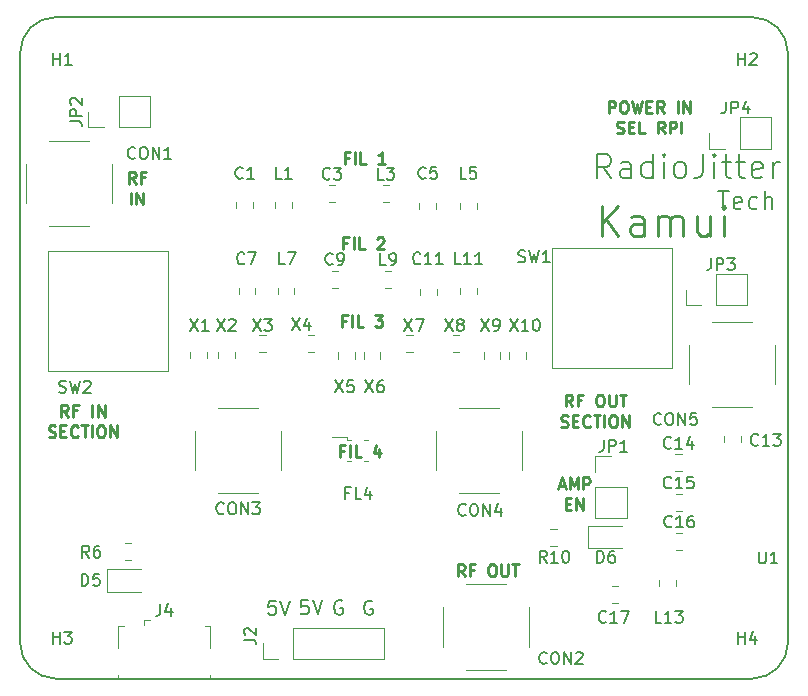
<source format=gto>
G04 #@! TF.GenerationSoftware,KiCad,Pcbnew,(5.1.4)-1*
G04 #@! TF.CreationDate,2019-10-20T15:20:57+05:30*
G04 #@! TF.ProjectId,RPi Hat RF Transmitter V1,52506920-4861-4742-9052-46205472616e,rev?*
G04 #@! TF.SameCoordinates,Original*
G04 #@! TF.FileFunction,Legend,Top*
G04 #@! TF.FilePolarity,Positive*
%FSLAX46Y46*%
G04 Gerber Fmt 4.6, Leading zero omitted, Abs format (unit mm)*
G04 Created by KiCad (PCBNEW (5.1.4)-1) date 2019-10-20 15:20:57*
%MOMM*%
%LPD*%
G04 APERTURE LIST*
%ADD10C,0.200000*%
%ADD11C,0.250000*%
%ADD12C,0.150000*%
%ADD13C,0.130000*%
%ADD14C,0.120000*%
G04 APERTURE END LIST*
D10*
X128572428Y-74437761D02*
X127905761Y-73485380D01*
X127429571Y-74437761D02*
X127429571Y-72437761D01*
X128191476Y-72437761D01*
X128381952Y-72533000D01*
X128477190Y-72628238D01*
X128572428Y-72818714D01*
X128572428Y-73104428D01*
X128477190Y-73294904D01*
X128381952Y-73390142D01*
X128191476Y-73485380D01*
X127429571Y-73485380D01*
X130286714Y-74437761D02*
X130286714Y-73390142D01*
X130191476Y-73199666D01*
X130001000Y-73104428D01*
X129620047Y-73104428D01*
X129429571Y-73199666D01*
X130286714Y-74342523D02*
X130096238Y-74437761D01*
X129620047Y-74437761D01*
X129429571Y-74342523D01*
X129334333Y-74152047D01*
X129334333Y-73961571D01*
X129429571Y-73771095D01*
X129620047Y-73675857D01*
X130096238Y-73675857D01*
X130286714Y-73580619D01*
X132096238Y-74437761D02*
X132096238Y-72437761D01*
X132096238Y-74342523D02*
X131905761Y-74437761D01*
X131524809Y-74437761D01*
X131334333Y-74342523D01*
X131239095Y-74247285D01*
X131143857Y-74056809D01*
X131143857Y-73485380D01*
X131239095Y-73294904D01*
X131334333Y-73199666D01*
X131524809Y-73104428D01*
X131905761Y-73104428D01*
X132096238Y-73199666D01*
X133048619Y-74437761D02*
X133048619Y-73104428D01*
X133048619Y-72437761D02*
X132953380Y-72533000D01*
X133048619Y-72628238D01*
X133143857Y-72533000D01*
X133048619Y-72437761D01*
X133048619Y-72628238D01*
X134286714Y-74437761D02*
X134096238Y-74342523D01*
X134001000Y-74247285D01*
X133905761Y-74056809D01*
X133905761Y-73485380D01*
X134001000Y-73294904D01*
X134096238Y-73199666D01*
X134286714Y-73104428D01*
X134572428Y-73104428D01*
X134762904Y-73199666D01*
X134858142Y-73294904D01*
X134953380Y-73485380D01*
X134953380Y-74056809D01*
X134858142Y-74247285D01*
X134762904Y-74342523D01*
X134572428Y-74437761D01*
X134286714Y-74437761D01*
X136381952Y-72437761D02*
X136381952Y-73866333D01*
X136286714Y-74152047D01*
X136096238Y-74342523D01*
X135810523Y-74437761D01*
X135620047Y-74437761D01*
X137334333Y-74437761D02*
X137334333Y-73104428D01*
X137334333Y-72437761D02*
X137239095Y-72533000D01*
X137334333Y-72628238D01*
X137429571Y-72533000D01*
X137334333Y-72437761D01*
X137334333Y-72628238D01*
X138001000Y-73104428D02*
X138762904Y-73104428D01*
X138286714Y-72437761D02*
X138286714Y-74152047D01*
X138381952Y-74342523D01*
X138572428Y-74437761D01*
X138762904Y-74437761D01*
X139143857Y-73104428D02*
X139905761Y-73104428D01*
X139429571Y-72437761D02*
X139429571Y-74152047D01*
X139524809Y-74342523D01*
X139715285Y-74437761D01*
X139905761Y-74437761D01*
X141334333Y-74342523D02*
X141143857Y-74437761D01*
X140762904Y-74437761D01*
X140572428Y-74342523D01*
X140477190Y-74152047D01*
X140477190Y-73390142D01*
X140572428Y-73199666D01*
X140762904Y-73104428D01*
X141143857Y-73104428D01*
X141334333Y-73199666D01*
X141429571Y-73390142D01*
X141429571Y-73580619D01*
X140477190Y-73771095D01*
X142286714Y-74437761D02*
X142286714Y-73104428D01*
X142286714Y-73485380D02*
X142381952Y-73294904D01*
X142477190Y-73199666D01*
X142667666Y-73104428D01*
X142858142Y-73104428D01*
D11*
X116181428Y-108148380D02*
X115848095Y-107672190D01*
X115610000Y-108148380D02*
X115610000Y-107148380D01*
X115990952Y-107148380D01*
X116086190Y-107196000D01*
X116133809Y-107243619D01*
X116181428Y-107338857D01*
X116181428Y-107481714D01*
X116133809Y-107576952D01*
X116086190Y-107624571D01*
X115990952Y-107672190D01*
X115610000Y-107672190D01*
X116943333Y-107624571D02*
X116610000Y-107624571D01*
X116610000Y-108148380D02*
X116610000Y-107148380D01*
X117086190Y-107148380D01*
X118419523Y-107148380D02*
X118610000Y-107148380D01*
X118705238Y-107196000D01*
X118800476Y-107291238D01*
X118848095Y-107481714D01*
X118848095Y-107815047D01*
X118800476Y-108005523D01*
X118705238Y-108100761D01*
X118610000Y-108148380D01*
X118419523Y-108148380D01*
X118324285Y-108100761D01*
X118229047Y-108005523D01*
X118181428Y-107815047D01*
X118181428Y-107481714D01*
X118229047Y-107291238D01*
X118324285Y-107196000D01*
X118419523Y-107148380D01*
X119276666Y-107148380D02*
X119276666Y-107957904D01*
X119324285Y-108053142D01*
X119371904Y-108100761D01*
X119467142Y-108148380D01*
X119657619Y-108148380D01*
X119752857Y-108100761D01*
X119800476Y-108053142D01*
X119848095Y-107957904D01*
X119848095Y-107148380D01*
X120181428Y-107148380D02*
X120752857Y-107148380D01*
X120467142Y-108148380D02*
X120467142Y-107148380D01*
X88320952Y-74917380D02*
X87987619Y-74441190D01*
X87749523Y-74917380D02*
X87749523Y-73917380D01*
X88130476Y-73917380D01*
X88225714Y-73965000D01*
X88273333Y-74012619D01*
X88320952Y-74107857D01*
X88320952Y-74250714D01*
X88273333Y-74345952D01*
X88225714Y-74393571D01*
X88130476Y-74441190D01*
X87749523Y-74441190D01*
X89082857Y-74393571D02*
X88749523Y-74393571D01*
X88749523Y-74917380D02*
X88749523Y-73917380D01*
X89225714Y-73917380D01*
X87916190Y-76667380D02*
X87916190Y-75667380D01*
X88392380Y-76667380D02*
X88392380Y-75667380D01*
X88963809Y-76667380D01*
X88963809Y-75667380D01*
D12*
X78546356Y-63817611D02*
X78546356Y-113817611D01*
X140546356Y-60817611D02*
X81546356Y-60817611D01*
X143546351Y-113822847D02*
X143546356Y-63817611D01*
X81546356Y-116817611D02*
X140546356Y-116817611D01*
X137669142Y-75580571D02*
X138526285Y-75580571D01*
X138097714Y-77080571D02*
X138097714Y-75580571D01*
X139597714Y-77009142D02*
X139454857Y-77080571D01*
X139169142Y-77080571D01*
X139026285Y-77009142D01*
X138954857Y-76866285D01*
X138954857Y-76294857D01*
X139026285Y-76152000D01*
X139169142Y-76080571D01*
X139454857Y-76080571D01*
X139597714Y-76152000D01*
X139669142Y-76294857D01*
X139669142Y-76437714D01*
X138954857Y-76580571D01*
X140954857Y-77009142D02*
X140812000Y-77080571D01*
X140526285Y-77080571D01*
X140383428Y-77009142D01*
X140312000Y-76937714D01*
X140240571Y-76794857D01*
X140240571Y-76366285D01*
X140312000Y-76223428D01*
X140383428Y-76152000D01*
X140526285Y-76080571D01*
X140812000Y-76080571D01*
X140954857Y-76152000D01*
X141597714Y-77080571D02*
X141597714Y-75580571D01*
X142240571Y-77080571D02*
X142240571Y-76294857D01*
X142169142Y-76152000D01*
X142026285Y-76080571D01*
X141812000Y-76080571D01*
X141669142Y-76152000D01*
X141597714Y-76223428D01*
D11*
X127771428Y-79310952D02*
X127771428Y-76810952D01*
X129200000Y-79310952D02*
X128128571Y-77882380D01*
X129200000Y-76810952D02*
X127771428Y-78239523D01*
X131342857Y-79310952D02*
X131342857Y-78001428D01*
X131223809Y-77763333D01*
X130985714Y-77644285D01*
X130509523Y-77644285D01*
X130271428Y-77763333D01*
X131342857Y-79191904D02*
X131104761Y-79310952D01*
X130509523Y-79310952D01*
X130271428Y-79191904D01*
X130152380Y-78953809D01*
X130152380Y-78715714D01*
X130271428Y-78477619D01*
X130509523Y-78358571D01*
X131104761Y-78358571D01*
X131342857Y-78239523D01*
X132533333Y-79310952D02*
X132533333Y-77644285D01*
X132533333Y-77882380D02*
X132652380Y-77763333D01*
X132890476Y-77644285D01*
X133247619Y-77644285D01*
X133485714Y-77763333D01*
X133604761Y-78001428D01*
X133604761Y-79310952D01*
X133604761Y-78001428D02*
X133723809Y-77763333D01*
X133961904Y-77644285D01*
X134319047Y-77644285D01*
X134557142Y-77763333D01*
X134676190Y-78001428D01*
X134676190Y-79310952D01*
X136938095Y-77644285D02*
X136938095Y-79310952D01*
X135866666Y-77644285D02*
X135866666Y-78953809D01*
X135985714Y-79191904D01*
X136223809Y-79310952D01*
X136580952Y-79310952D01*
X136819047Y-79191904D01*
X136938095Y-79072857D01*
X138128571Y-79310952D02*
X138128571Y-77644285D01*
X138128571Y-76810952D02*
X138009523Y-76930000D01*
X138128571Y-77049047D01*
X138247619Y-76930000D01*
X138128571Y-76810952D01*
X138128571Y-77049047D01*
X124166476Y-100510666D02*
X124642666Y-100510666D01*
X124071238Y-100796380D02*
X124404571Y-99796380D01*
X124737904Y-100796380D01*
X125071238Y-100796380D02*
X125071238Y-99796380D01*
X125404571Y-100510666D01*
X125737904Y-99796380D01*
X125737904Y-100796380D01*
X126214095Y-100796380D02*
X126214095Y-99796380D01*
X126595047Y-99796380D01*
X126690285Y-99844000D01*
X126737904Y-99891619D01*
X126785523Y-99986857D01*
X126785523Y-100129714D01*
X126737904Y-100224952D01*
X126690285Y-100272571D01*
X126595047Y-100320190D01*
X126214095Y-100320190D01*
X124737904Y-102022571D02*
X125071238Y-102022571D01*
X125214095Y-102546380D02*
X124737904Y-102546380D01*
X124737904Y-101546380D01*
X125214095Y-101546380D01*
X125642666Y-102546380D02*
X125642666Y-101546380D01*
X126214095Y-102546380D01*
X126214095Y-101546380D01*
D13*
X108354285Y-110280000D02*
X108240000Y-110222857D01*
X108068571Y-110222857D01*
X107897142Y-110280000D01*
X107782857Y-110394285D01*
X107725714Y-110508571D01*
X107668571Y-110737142D01*
X107668571Y-110908571D01*
X107725714Y-111137142D01*
X107782857Y-111251428D01*
X107897142Y-111365714D01*
X108068571Y-111422857D01*
X108182857Y-111422857D01*
X108354285Y-111365714D01*
X108411428Y-111308571D01*
X108411428Y-110908571D01*
X108182857Y-110908571D01*
X105814285Y-110260000D02*
X105700000Y-110202857D01*
X105528571Y-110202857D01*
X105357142Y-110260000D01*
X105242857Y-110374285D01*
X105185714Y-110488571D01*
X105128571Y-110717142D01*
X105128571Y-110888571D01*
X105185714Y-111117142D01*
X105242857Y-111231428D01*
X105357142Y-111345714D01*
X105528571Y-111402857D01*
X105642857Y-111402857D01*
X105814285Y-111345714D01*
X105871428Y-111288571D01*
X105871428Y-110888571D01*
X105642857Y-110888571D01*
X102931428Y-110182857D02*
X102360000Y-110182857D01*
X102302857Y-110754285D01*
X102360000Y-110697142D01*
X102474285Y-110640000D01*
X102760000Y-110640000D01*
X102874285Y-110697142D01*
X102931428Y-110754285D01*
X102988571Y-110868571D01*
X102988571Y-111154285D01*
X102931428Y-111268571D01*
X102874285Y-111325714D01*
X102760000Y-111382857D01*
X102474285Y-111382857D01*
X102360000Y-111325714D01*
X102302857Y-111268571D01*
X103331428Y-110182857D02*
X103731428Y-111382857D01*
X104131428Y-110182857D01*
X100171428Y-110222857D02*
X99600000Y-110222857D01*
X99542857Y-110794285D01*
X99600000Y-110737142D01*
X99714285Y-110680000D01*
X100000000Y-110680000D01*
X100114285Y-110737142D01*
X100171428Y-110794285D01*
X100228571Y-110908571D01*
X100228571Y-111194285D01*
X100171428Y-111308571D01*
X100114285Y-111365714D01*
X100000000Y-111422857D01*
X99714285Y-111422857D01*
X99600000Y-111365714D01*
X99542857Y-111308571D01*
X100571428Y-110222857D02*
X100971428Y-111422857D01*
X101371428Y-110222857D01*
D11*
X128373619Y-68919380D02*
X128373619Y-67919380D01*
X128754571Y-67919380D01*
X128849809Y-67967000D01*
X128897428Y-68014619D01*
X128945047Y-68109857D01*
X128945047Y-68252714D01*
X128897428Y-68347952D01*
X128849809Y-68395571D01*
X128754571Y-68443190D01*
X128373619Y-68443190D01*
X129564095Y-67919380D02*
X129754571Y-67919380D01*
X129849809Y-67967000D01*
X129945047Y-68062238D01*
X129992666Y-68252714D01*
X129992666Y-68586047D01*
X129945047Y-68776523D01*
X129849809Y-68871761D01*
X129754571Y-68919380D01*
X129564095Y-68919380D01*
X129468857Y-68871761D01*
X129373619Y-68776523D01*
X129326000Y-68586047D01*
X129326000Y-68252714D01*
X129373619Y-68062238D01*
X129468857Y-67967000D01*
X129564095Y-67919380D01*
X130326000Y-67919380D02*
X130564095Y-68919380D01*
X130754571Y-68205095D01*
X130945047Y-68919380D01*
X131183142Y-67919380D01*
X131564095Y-68395571D02*
X131897428Y-68395571D01*
X132040285Y-68919380D02*
X131564095Y-68919380D01*
X131564095Y-67919380D01*
X132040285Y-67919380D01*
X133040285Y-68919380D02*
X132706952Y-68443190D01*
X132468857Y-68919380D02*
X132468857Y-67919380D01*
X132849809Y-67919380D01*
X132945047Y-67967000D01*
X132992666Y-68014619D01*
X133040285Y-68109857D01*
X133040285Y-68252714D01*
X132992666Y-68347952D01*
X132945047Y-68395571D01*
X132849809Y-68443190D01*
X132468857Y-68443190D01*
X134230761Y-68919380D02*
X134230761Y-67919380D01*
X134706952Y-68919380D02*
X134706952Y-67919380D01*
X135278380Y-68919380D01*
X135278380Y-67919380D01*
X129064095Y-70621761D02*
X129206952Y-70669380D01*
X129445047Y-70669380D01*
X129540285Y-70621761D01*
X129587904Y-70574142D01*
X129635523Y-70478904D01*
X129635523Y-70383666D01*
X129587904Y-70288428D01*
X129540285Y-70240809D01*
X129445047Y-70193190D01*
X129254571Y-70145571D01*
X129159333Y-70097952D01*
X129111714Y-70050333D01*
X129064095Y-69955095D01*
X129064095Y-69859857D01*
X129111714Y-69764619D01*
X129159333Y-69717000D01*
X129254571Y-69669380D01*
X129492666Y-69669380D01*
X129635523Y-69717000D01*
X130064095Y-70145571D02*
X130397428Y-70145571D01*
X130540285Y-70669380D02*
X130064095Y-70669380D01*
X130064095Y-69669380D01*
X130540285Y-69669380D01*
X131445047Y-70669380D02*
X130968857Y-70669380D01*
X130968857Y-69669380D01*
X133111714Y-70669380D02*
X132778380Y-70193190D01*
X132540285Y-70669380D02*
X132540285Y-69669380D01*
X132921238Y-69669380D01*
X133016476Y-69717000D01*
X133064095Y-69764619D01*
X133111714Y-69859857D01*
X133111714Y-70002714D01*
X133064095Y-70097952D01*
X133016476Y-70145571D01*
X132921238Y-70193190D01*
X132540285Y-70193190D01*
X133540285Y-70669380D02*
X133540285Y-69669380D01*
X133921238Y-69669380D01*
X134016476Y-69717000D01*
X134064095Y-69764619D01*
X134111714Y-69859857D01*
X134111714Y-70002714D01*
X134064095Y-70097952D01*
X134016476Y-70145571D01*
X133921238Y-70193190D01*
X133540285Y-70193190D01*
X134540285Y-70669380D02*
X134540285Y-69669380D01*
X125311428Y-93777380D02*
X124978095Y-93301190D01*
X124740000Y-93777380D02*
X124740000Y-92777380D01*
X125120952Y-92777380D01*
X125216190Y-92825000D01*
X125263809Y-92872619D01*
X125311428Y-92967857D01*
X125311428Y-93110714D01*
X125263809Y-93205952D01*
X125216190Y-93253571D01*
X125120952Y-93301190D01*
X124740000Y-93301190D01*
X126073333Y-93253571D02*
X125740000Y-93253571D01*
X125740000Y-93777380D02*
X125740000Y-92777380D01*
X126216190Y-92777380D01*
X127549523Y-92777380D02*
X127740000Y-92777380D01*
X127835238Y-92825000D01*
X127930476Y-92920238D01*
X127978095Y-93110714D01*
X127978095Y-93444047D01*
X127930476Y-93634523D01*
X127835238Y-93729761D01*
X127740000Y-93777380D01*
X127549523Y-93777380D01*
X127454285Y-93729761D01*
X127359047Y-93634523D01*
X127311428Y-93444047D01*
X127311428Y-93110714D01*
X127359047Y-92920238D01*
X127454285Y-92825000D01*
X127549523Y-92777380D01*
X128406666Y-92777380D02*
X128406666Y-93586904D01*
X128454285Y-93682142D01*
X128501904Y-93729761D01*
X128597142Y-93777380D01*
X128787619Y-93777380D01*
X128882857Y-93729761D01*
X128930476Y-93682142D01*
X128978095Y-93586904D01*
X128978095Y-92777380D01*
X129311428Y-92777380D02*
X129882857Y-92777380D01*
X129597142Y-93777380D02*
X129597142Y-92777380D01*
X124335238Y-95479761D02*
X124478095Y-95527380D01*
X124716190Y-95527380D01*
X124811428Y-95479761D01*
X124859047Y-95432142D01*
X124906666Y-95336904D01*
X124906666Y-95241666D01*
X124859047Y-95146428D01*
X124811428Y-95098809D01*
X124716190Y-95051190D01*
X124525714Y-95003571D01*
X124430476Y-94955952D01*
X124382857Y-94908333D01*
X124335238Y-94813095D01*
X124335238Y-94717857D01*
X124382857Y-94622619D01*
X124430476Y-94575000D01*
X124525714Y-94527380D01*
X124763809Y-94527380D01*
X124906666Y-94575000D01*
X125335238Y-95003571D02*
X125668571Y-95003571D01*
X125811428Y-95527380D02*
X125335238Y-95527380D01*
X125335238Y-94527380D01*
X125811428Y-94527380D01*
X126811428Y-95432142D02*
X126763809Y-95479761D01*
X126620952Y-95527380D01*
X126525714Y-95527380D01*
X126382857Y-95479761D01*
X126287619Y-95384523D01*
X126240000Y-95289285D01*
X126192380Y-95098809D01*
X126192380Y-94955952D01*
X126240000Y-94765476D01*
X126287619Y-94670238D01*
X126382857Y-94575000D01*
X126525714Y-94527380D01*
X126620952Y-94527380D01*
X126763809Y-94575000D01*
X126811428Y-94622619D01*
X127097142Y-94527380D02*
X127668571Y-94527380D01*
X127382857Y-95527380D02*
X127382857Y-94527380D01*
X128001904Y-95527380D02*
X128001904Y-94527380D01*
X128668571Y-94527380D02*
X128859047Y-94527380D01*
X128954285Y-94575000D01*
X129049523Y-94670238D01*
X129097142Y-94860714D01*
X129097142Y-95194047D01*
X129049523Y-95384523D01*
X128954285Y-95479761D01*
X128859047Y-95527380D01*
X128668571Y-95527380D01*
X128573333Y-95479761D01*
X128478095Y-95384523D01*
X128430476Y-95194047D01*
X128430476Y-94860714D01*
X128478095Y-94670238D01*
X128573333Y-94575000D01*
X128668571Y-94527380D01*
X129525714Y-95527380D02*
X129525714Y-94527380D01*
X130097142Y-95527380D01*
X130097142Y-94527380D01*
X82598095Y-94637380D02*
X82264761Y-94161190D01*
X82026666Y-94637380D02*
X82026666Y-93637380D01*
X82407619Y-93637380D01*
X82502857Y-93685000D01*
X82550476Y-93732619D01*
X82598095Y-93827857D01*
X82598095Y-93970714D01*
X82550476Y-94065952D01*
X82502857Y-94113571D01*
X82407619Y-94161190D01*
X82026666Y-94161190D01*
X83360000Y-94113571D02*
X83026666Y-94113571D01*
X83026666Y-94637380D02*
X83026666Y-93637380D01*
X83502857Y-93637380D01*
X84645714Y-94637380D02*
X84645714Y-93637380D01*
X85121904Y-94637380D02*
X85121904Y-93637380D01*
X85693333Y-94637380D01*
X85693333Y-93637380D01*
X80955238Y-96339761D02*
X81098095Y-96387380D01*
X81336190Y-96387380D01*
X81431428Y-96339761D01*
X81479047Y-96292142D01*
X81526666Y-96196904D01*
X81526666Y-96101666D01*
X81479047Y-96006428D01*
X81431428Y-95958809D01*
X81336190Y-95911190D01*
X81145714Y-95863571D01*
X81050476Y-95815952D01*
X81002857Y-95768333D01*
X80955238Y-95673095D01*
X80955238Y-95577857D01*
X81002857Y-95482619D01*
X81050476Y-95435000D01*
X81145714Y-95387380D01*
X81383809Y-95387380D01*
X81526666Y-95435000D01*
X81955238Y-95863571D02*
X82288571Y-95863571D01*
X82431428Y-96387380D02*
X81955238Y-96387380D01*
X81955238Y-95387380D01*
X82431428Y-95387380D01*
X83431428Y-96292142D02*
X83383809Y-96339761D01*
X83240952Y-96387380D01*
X83145714Y-96387380D01*
X83002857Y-96339761D01*
X82907619Y-96244523D01*
X82860000Y-96149285D01*
X82812380Y-95958809D01*
X82812380Y-95815952D01*
X82860000Y-95625476D01*
X82907619Y-95530238D01*
X83002857Y-95435000D01*
X83145714Y-95387380D01*
X83240952Y-95387380D01*
X83383809Y-95435000D01*
X83431428Y-95482619D01*
X83717142Y-95387380D02*
X84288571Y-95387380D01*
X84002857Y-96387380D02*
X84002857Y-95387380D01*
X84621904Y-96387380D02*
X84621904Y-95387380D01*
X85288571Y-95387380D02*
X85479047Y-95387380D01*
X85574285Y-95435000D01*
X85669523Y-95530238D01*
X85717142Y-95720714D01*
X85717142Y-96054047D01*
X85669523Y-96244523D01*
X85574285Y-96339761D01*
X85479047Y-96387380D01*
X85288571Y-96387380D01*
X85193333Y-96339761D01*
X85098095Y-96244523D01*
X85050476Y-96054047D01*
X85050476Y-95720714D01*
X85098095Y-95530238D01*
X85193333Y-95435000D01*
X85288571Y-95387380D01*
X86145714Y-96387380D02*
X86145714Y-95387380D01*
X86717142Y-96387380D01*
X86717142Y-95387380D01*
X106122857Y-86528571D02*
X105789523Y-86528571D01*
X105789523Y-87052380D02*
X105789523Y-86052380D01*
X106265714Y-86052380D01*
X106646666Y-87052380D02*
X106646666Y-86052380D01*
X107599047Y-87052380D02*
X107122857Y-87052380D01*
X107122857Y-86052380D01*
X108599047Y-86052380D02*
X109218095Y-86052380D01*
X108884761Y-86433333D01*
X109027619Y-86433333D01*
X109122857Y-86480952D01*
X109170476Y-86528571D01*
X109218095Y-86623809D01*
X109218095Y-86861904D01*
X109170476Y-86957142D01*
X109122857Y-87004761D01*
X109027619Y-87052380D01*
X108741904Y-87052380D01*
X108646666Y-87004761D01*
X108599047Y-86957142D01*
X105946857Y-97557571D02*
X105613523Y-97557571D01*
X105613523Y-98081380D02*
X105613523Y-97081380D01*
X106089714Y-97081380D01*
X106470666Y-98081380D02*
X106470666Y-97081380D01*
X107423047Y-98081380D02*
X106946857Y-98081380D01*
X106946857Y-97081380D01*
X108946857Y-97414714D02*
X108946857Y-98081380D01*
X108708761Y-97033761D02*
X108470666Y-97748047D01*
X109089714Y-97748047D01*
X106247857Y-79947571D02*
X105914523Y-79947571D01*
X105914523Y-80471380D02*
X105914523Y-79471380D01*
X106390714Y-79471380D01*
X106771666Y-80471380D02*
X106771666Y-79471380D01*
X107724047Y-80471380D02*
X107247857Y-80471380D01*
X107247857Y-79471380D01*
X108771666Y-79566619D02*
X108819285Y-79519000D01*
X108914523Y-79471380D01*
X109152619Y-79471380D01*
X109247857Y-79519000D01*
X109295476Y-79566619D01*
X109343095Y-79661857D01*
X109343095Y-79757095D01*
X109295476Y-79899952D01*
X108724047Y-80471380D01*
X109343095Y-80471380D01*
X106361857Y-72709571D02*
X106028523Y-72709571D01*
X106028523Y-73233380D02*
X106028523Y-72233380D01*
X106504714Y-72233380D01*
X106885666Y-73233380D02*
X106885666Y-72233380D01*
X107838047Y-73233380D02*
X107361857Y-73233380D01*
X107361857Y-72233380D01*
X109457095Y-73233380D02*
X108885666Y-73233380D01*
X109171380Y-73233380D02*
X109171380Y-72233380D01*
X109076142Y-72376238D01*
X108980904Y-72471476D01*
X108885666Y-72519095D01*
D12*
X78546356Y-63817611D02*
G75*
G02X81546356Y-60817611I3000000J0D01*
G01*
X140546356Y-60817611D02*
G75*
G02X143546356Y-63817611I0J-3000000D01*
G01*
X81546356Y-116817611D02*
G75*
G02X78546356Y-113817611I0J3000000D01*
G01*
X143546351Y-113822847D02*
G75*
G02X140546356Y-116817611I-2999995J5236D01*
G01*
D14*
X134890000Y-85230000D02*
X134890000Y-83900000D01*
X136220000Y-85230000D02*
X134890000Y-85230000D01*
X137490000Y-85230000D02*
X137490000Y-82570000D01*
X137490000Y-82570000D02*
X140090000Y-82570000D01*
X137490000Y-85230000D02*
X140090000Y-85230000D01*
X140090000Y-85230000D02*
X140090000Y-82570000D01*
X84330000Y-70150000D02*
X84330000Y-68820000D01*
X85660000Y-70150000D02*
X84330000Y-70150000D01*
X86930000Y-70150000D02*
X86930000Y-67490000D01*
X86930000Y-67490000D02*
X89530000Y-67490000D01*
X86930000Y-70150000D02*
X89530000Y-70150000D01*
X89530000Y-70150000D02*
X89530000Y-67490000D01*
X89057500Y-111829500D02*
X89057500Y-112279500D01*
X89057500Y-111829500D02*
X89507500Y-111829500D01*
X94657500Y-112379500D02*
X94207500Y-112379500D01*
X94657500Y-114229500D02*
X94657500Y-112379500D01*
X86857500Y-116779500D02*
X86857500Y-116529500D01*
X94657500Y-116779500D02*
X94657500Y-116529500D01*
X86857500Y-114229500D02*
X86857500Y-112379500D01*
X86857500Y-112379500D02*
X87307500Y-112379500D01*
X106210000Y-96340000D02*
X104980000Y-96340000D01*
X106210000Y-96590000D02*
X106210000Y-96340000D01*
X106210000Y-98410000D02*
X106550000Y-98410000D01*
X106210000Y-96590000D02*
X106550000Y-96590000D01*
X107690000Y-98410000D02*
X108030000Y-98410000D01*
X107690000Y-96590000D02*
X108030000Y-96590000D01*
X80930000Y-80630000D02*
X80930000Y-90790000D01*
X91090000Y-80630000D02*
X80930000Y-80630000D01*
X91090000Y-90790000D02*
X91090000Y-80630000D01*
X80930000Y-90790000D02*
X91090000Y-90790000D01*
X133730000Y-90550000D02*
X133730000Y-80390000D01*
X123570000Y-90550000D02*
X133730000Y-90550000D01*
X123570000Y-80390000D02*
X123570000Y-90550000D01*
X133730000Y-80390000D02*
X123570000Y-80390000D01*
X119951000Y-89210748D02*
X119951000Y-89733252D01*
X121371000Y-89210748D02*
X121371000Y-89733252D01*
X115192748Y-89157000D02*
X115715252Y-89157000D01*
X115192748Y-87737000D02*
X115715252Y-87737000D01*
X117792000Y-89210748D02*
X117792000Y-89733252D01*
X119212000Y-89210748D02*
X119212000Y-89733252D01*
X111246748Y-89157000D02*
X111769252Y-89157000D01*
X111246748Y-87737000D02*
X111769252Y-87737000D01*
X134095748Y-105929500D02*
X134618252Y-105929500D01*
X134095748Y-104509500D02*
X134618252Y-104509500D01*
X121593000Y-110798500D02*
X121593000Y-114118500D01*
X114373000Y-110798500D02*
X114373000Y-114118500D01*
X116323000Y-116068500D02*
X119643000Y-116068500D01*
X116323000Y-108848500D02*
X119643000Y-108848500D01*
X84340000Y-78490000D02*
X81020000Y-78490000D01*
X84340000Y-71270000D02*
X81020000Y-71270000D01*
X79070000Y-73220000D02*
X79070000Y-76540000D01*
X86290000Y-73220000D02*
X86290000Y-76540000D01*
X129157252Y-109018000D02*
X128634748Y-109018000D01*
X129157252Y-110438000D02*
X128634748Y-110438000D01*
X134050248Y-102627500D02*
X134572752Y-102627500D01*
X134050248Y-101207500D02*
X134572752Y-101207500D01*
X134032248Y-99262000D02*
X134554752Y-99262000D01*
X134032248Y-97842000D02*
X134554752Y-97842000D01*
X138164500Y-96258748D02*
X138164500Y-96781252D01*
X139584500Y-96258748D02*
X139584500Y-96781252D01*
X112419500Y-83806748D02*
X112419500Y-84329252D01*
X113839500Y-83806748D02*
X113839500Y-84329252D01*
X104915748Y-83713500D02*
X105438252Y-83713500D01*
X104915748Y-82293500D02*
X105438252Y-82293500D01*
X97052500Y-83749248D02*
X97052500Y-84271752D01*
X98472500Y-83749248D02*
X98472500Y-84271752D01*
X105473000Y-89210748D02*
X105473000Y-89733252D01*
X106893000Y-89210748D02*
X106893000Y-89733252D01*
X112343000Y-76568748D02*
X112343000Y-77091252D01*
X113763000Y-76568748D02*
X113763000Y-77091252D01*
X98800748Y-89157000D02*
X99323252Y-89157000D01*
X98800748Y-87737000D02*
X99323252Y-87737000D01*
X104678748Y-76475500D02*
X105201252Y-76475500D01*
X104678748Y-75055500D02*
X105201252Y-75055500D01*
X92963500Y-89192748D02*
X92963500Y-89715252D01*
X94383500Y-89192748D02*
X94383500Y-89715252D01*
X96849000Y-76471748D02*
X96849000Y-76994252D01*
X98269000Y-76471748D02*
X98269000Y-76994252D01*
X135201000Y-91893500D02*
X135201000Y-88573500D01*
X142421000Y-91893500D02*
X142421000Y-88573500D01*
X140471000Y-86623500D02*
X137151000Y-86623500D01*
X140471000Y-93843500D02*
X137151000Y-93843500D01*
X115740000Y-93890000D02*
X119060000Y-93890000D01*
X115740000Y-101110000D02*
X119060000Y-101110000D01*
X121010000Y-99160000D02*
X121010000Y-95840000D01*
X113790000Y-99160000D02*
X113790000Y-95840000D01*
X95340000Y-93910000D02*
X98660000Y-93910000D01*
X95340000Y-101130000D02*
X98660000Y-101130000D01*
X100610000Y-99180000D02*
X100610000Y-95860000D01*
X93390000Y-99180000D02*
X93390000Y-95860000D01*
X136909500Y-71942000D02*
X136909500Y-70612000D01*
X138239500Y-71942000D02*
X136909500Y-71942000D01*
X139509500Y-71942000D02*
X139509500Y-69282000D01*
X139509500Y-69282000D02*
X142109500Y-69282000D01*
X139509500Y-71942000D02*
X142109500Y-71942000D01*
X142109500Y-71942000D02*
X142109500Y-69282000D01*
X123436748Y-105612000D02*
X123959252Y-105612000D01*
X123436748Y-104192000D02*
X123959252Y-104192000D01*
X87961252Y-105330000D02*
X87438748Y-105330000D01*
X87961252Y-106750000D02*
X87438748Y-106750000D01*
X132640000Y-108441748D02*
X132640000Y-108964252D01*
X134060000Y-108441748D02*
X134060000Y-108964252D01*
X115785000Y-83767248D02*
X115785000Y-84289752D01*
X117205000Y-83767248D02*
X117205000Y-84289752D01*
X109430248Y-83713500D02*
X109952752Y-83713500D01*
X109430248Y-82293500D02*
X109952752Y-82293500D01*
X100354500Y-83767248D02*
X100354500Y-84289752D01*
X101774500Y-83767248D02*
X101774500Y-84289752D01*
X107632000Y-89210748D02*
X107632000Y-89733252D01*
X109052000Y-89210748D02*
X109052000Y-89733252D01*
X115772000Y-76574748D02*
X115772000Y-77097252D01*
X117192000Y-76574748D02*
X117192000Y-77097252D01*
X102882748Y-89157000D02*
X103405252Y-89157000D01*
X102882748Y-87737000D02*
X103405252Y-87737000D01*
X109244748Y-76475500D02*
X109767252Y-76475500D01*
X109244748Y-75055500D02*
X109767252Y-75055500D01*
X95313000Y-89192748D02*
X95313000Y-89715252D01*
X96733000Y-89192748D02*
X96733000Y-89715252D01*
X100151000Y-76447748D02*
X100151000Y-76970252D01*
X101571000Y-76447748D02*
X101571000Y-76970252D01*
X127257500Y-97984000D02*
X128587500Y-97984000D01*
X127257500Y-99314000D02*
X127257500Y-97984000D01*
X127257500Y-100584000D02*
X129917500Y-100584000D01*
X129917500Y-100584000D02*
X129917500Y-103184000D01*
X127257500Y-100584000D02*
X127257500Y-103184000D01*
X127257500Y-103184000D02*
X129917500Y-103184000D01*
X99081500Y-115169000D02*
X99081500Y-113839000D01*
X100411500Y-115169000D02*
X99081500Y-115169000D01*
X101681500Y-115169000D02*
X101681500Y-112509000D01*
X101681500Y-112509000D02*
X109361500Y-112509000D01*
X101681500Y-115169000D02*
X109361500Y-115169000D01*
X109361500Y-115169000D02*
X109361500Y-112509000D01*
X126664000Y-105798500D02*
X129524000Y-105798500D01*
X126664000Y-103878500D02*
X126664000Y-105798500D01*
X129524000Y-103878500D02*
X126664000Y-103878500D01*
X85880000Y-109460000D02*
X88740000Y-109460000D01*
X85880000Y-107540000D02*
X85880000Y-109460000D01*
X88740000Y-107540000D02*
X85880000Y-107540000D01*
D12*
X137046666Y-81232380D02*
X137046666Y-81946666D01*
X136999047Y-82089523D01*
X136903809Y-82184761D01*
X136760952Y-82232380D01*
X136665714Y-82232380D01*
X137522857Y-82232380D02*
X137522857Y-81232380D01*
X137903809Y-81232380D01*
X137999047Y-81280000D01*
X138046666Y-81327619D01*
X138094285Y-81422857D01*
X138094285Y-81565714D01*
X138046666Y-81660952D01*
X137999047Y-81708571D01*
X137903809Y-81756190D01*
X137522857Y-81756190D01*
X138427619Y-81232380D02*
X139046666Y-81232380D01*
X138713333Y-81613333D01*
X138856190Y-81613333D01*
X138951428Y-81660952D01*
X138999047Y-81708571D01*
X139046666Y-81803809D01*
X139046666Y-82041904D01*
X138999047Y-82137142D01*
X138951428Y-82184761D01*
X138856190Y-82232380D01*
X138570476Y-82232380D01*
X138475238Y-82184761D01*
X138427619Y-82137142D01*
X82782380Y-69653333D02*
X83496666Y-69653333D01*
X83639523Y-69700952D01*
X83734761Y-69796190D01*
X83782380Y-69939047D01*
X83782380Y-70034285D01*
X83782380Y-69177142D02*
X82782380Y-69177142D01*
X82782380Y-68796190D01*
X82830000Y-68700952D01*
X82877619Y-68653333D01*
X82972857Y-68605714D01*
X83115714Y-68605714D01*
X83210952Y-68653333D01*
X83258571Y-68700952D01*
X83306190Y-68796190D01*
X83306190Y-69177142D01*
X82877619Y-68224761D02*
X82830000Y-68177142D01*
X82782380Y-68081904D01*
X82782380Y-67843809D01*
X82830000Y-67748571D01*
X82877619Y-67700952D01*
X82972857Y-67653333D01*
X83068095Y-67653333D01*
X83210952Y-67700952D01*
X83782380Y-68272380D01*
X83782380Y-67653333D01*
X90424166Y-110481880D02*
X90424166Y-111196166D01*
X90376547Y-111339023D01*
X90281309Y-111434261D01*
X90138452Y-111481880D01*
X90043214Y-111481880D01*
X91328928Y-110815214D02*
X91328928Y-111481880D01*
X91090833Y-110434261D02*
X90852738Y-111148547D01*
X91471785Y-111148547D01*
X106421904Y-101108571D02*
X106088571Y-101108571D01*
X106088571Y-101632380D02*
X106088571Y-100632380D01*
X106564761Y-100632380D01*
X107421904Y-101632380D02*
X106945714Y-101632380D01*
X106945714Y-100632380D01*
X108183809Y-100965714D02*
X108183809Y-101632380D01*
X107945714Y-100584761D02*
X107707619Y-101299047D01*
X108326666Y-101299047D01*
X81846666Y-92564761D02*
X81989523Y-92612380D01*
X82227619Y-92612380D01*
X82322857Y-92564761D01*
X82370476Y-92517142D01*
X82418095Y-92421904D01*
X82418095Y-92326666D01*
X82370476Y-92231428D01*
X82322857Y-92183809D01*
X82227619Y-92136190D01*
X82037142Y-92088571D01*
X81941904Y-92040952D01*
X81894285Y-91993333D01*
X81846666Y-91898095D01*
X81846666Y-91802857D01*
X81894285Y-91707619D01*
X81941904Y-91660000D01*
X82037142Y-91612380D01*
X82275238Y-91612380D01*
X82418095Y-91660000D01*
X82751428Y-91612380D02*
X82989523Y-92612380D01*
X83180000Y-91898095D01*
X83370476Y-92612380D01*
X83608571Y-91612380D01*
X83941904Y-91707619D02*
X83989523Y-91660000D01*
X84084761Y-91612380D01*
X84322857Y-91612380D01*
X84418095Y-91660000D01*
X84465714Y-91707619D01*
X84513333Y-91802857D01*
X84513333Y-91898095D01*
X84465714Y-92040952D01*
X83894285Y-92612380D01*
X84513333Y-92612380D01*
X120726666Y-81524761D02*
X120869523Y-81572380D01*
X121107619Y-81572380D01*
X121202857Y-81524761D01*
X121250476Y-81477142D01*
X121298095Y-81381904D01*
X121298095Y-81286666D01*
X121250476Y-81191428D01*
X121202857Y-81143809D01*
X121107619Y-81096190D01*
X120917142Y-81048571D01*
X120821904Y-81000952D01*
X120774285Y-80953333D01*
X120726666Y-80858095D01*
X120726666Y-80762857D01*
X120774285Y-80667619D01*
X120821904Y-80620000D01*
X120917142Y-80572380D01*
X121155238Y-80572380D01*
X121298095Y-80620000D01*
X121631428Y-80572380D02*
X121869523Y-81572380D01*
X122060000Y-80858095D01*
X122250476Y-81572380D01*
X122488571Y-80572380D01*
X123393333Y-81572380D02*
X122821904Y-81572380D01*
X123107619Y-81572380D02*
X123107619Y-80572380D01*
X123012380Y-80715238D01*
X122917142Y-80810476D01*
X122821904Y-80858095D01*
X120010285Y-86375380D02*
X120676952Y-87375380D01*
X120676952Y-86375380D02*
X120010285Y-87375380D01*
X121581714Y-87375380D02*
X121010285Y-87375380D01*
X121296000Y-87375380D02*
X121296000Y-86375380D01*
X121200761Y-86518238D01*
X121105523Y-86613476D01*
X121010285Y-86661095D01*
X122200761Y-86375380D02*
X122296000Y-86375380D01*
X122391238Y-86423000D01*
X122438857Y-86470619D01*
X122486476Y-86565857D01*
X122534095Y-86756333D01*
X122534095Y-86994428D01*
X122486476Y-87184904D01*
X122438857Y-87280142D01*
X122391238Y-87327761D01*
X122296000Y-87375380D01*
X122200761Y-87375380D01*
X122105523Y-87327761D01*
X122057904Y-87280142D01*
X122010285Y-87184904D01*
X121962666Y-86994428D01*
X121962666Y-86756333D01*
X122010285Y-86565857D01*
X122057904Y-86470619D01*
X122105523Y-86423000D01*
X122200761Y-86375380D01*
X114517476Y-86375380D02*
X115184142Y-87375380D01*
X115184142Y-86375380D02*
X114517476Y-87375380D01*
X115707952Y-86803952D02*
X115612714Y-86756333D01*
X115565095Y-86708714D01*
X115517476Y-86613476D01*
X115517476Y-86565857D01*
X115565095Y-86470619D01*
X115612714Y-86423000D01*
X115707952Y-86375380D01*
X115898428Y-86375380D01*
X115993666Y-86423000D01*
X116041285Y-86470619D01*
X116088904Y-86565857D01*
X116088904Y-86613476D01*
X116041285Y-86708714D01*
X115993666Y-86756333D01*
X115898428Y-86803952D01*
X115707952Y-86803952D01*
X115612714Y-86851571D01*
X115565095Y-86899190D01*
X115517476Y-86994428D01*
X115517476Y-87184904D01*
X115565095Y-87280142D01*
X115612714Y-87327761D01*
X115707952Y-87375380D01*
X115898428Y-87375380D01*
X115993666Y-87327761D01*
X116041285Y-87280142D01*
X116088904Y-87184904D01*
X116088904Y-86994428D01*
X116041285Y-86899190D01*
X115993666Y-86851571D01*
X115898428Y-86803952D01*
X117565476Y-86375380D02*
X118232142Y-87375380D01*
X118232142Y-86375380D02*
X117565476Y-87375380D01*
X118660714Y-87375380D02*
X118851190Y-87375380D01*
X118946428Y-87327761D01*
X118994047Y-87280142D01*
X119089285Y-87137285D01*
X119136904Y-86946809D01*
X119136904Y-86565857D01*
X119089285Y-86470619D01*
X119041666Y-86423000D01*
X118946428Y-86375380D01*
X118755952Y-86375380D01*
X118660714Y-86423000D01*
X118613095Y-86470619D01*
X118565476Y-86565857D01*
X118565476Y-86803952D01*
X118613095Y-86899190D01*
X118660714Y-86946809D01*
X118755952Y-86994428D01*
X118946428Y-86994428D01*
X119041666Y-86946809D01*
X119089285Y-86899190D01*
X119136904Y-86803952D01*
X111088476Y-86375380D02*
X111755142Y-87375380D01*
X111755142Y-86375380D02*
X111088476Y-87375380D01*
X112040857Y-86375380D02*
X112707523Y-86375380D01*
X112278952Y-87375380D01*
X133714142Y-103926642D02*
X133666523Y-103974261D01*
X133523666Y-104021880D01*
X133428428Y-104021880D01*
X133285571Y-103974261D01*
X133190333Y-103879023D01*
X133142714Y-103783785D01*
X133095095Y-103593309D01*
X133095095Y-103450452D01*
X133142714Y-103259976D01*
X133190333Y-103164738D01*
X133285571Y-103069500D01*
X133428428Y-103021880D01*
X133523666Y-103021880D01*
X133666523Y-103069500D01*
X133714142Y-103117119D01*
X134666523Y-104021880D02*
X134095095Y-104021880D01*
X134380809Y-104021880D02*
X134380809Y-103021880D01*
X134285571Y-103164738D01*
X134190333Y-103259976D01*
X134095095Y-103307595D01*
X135523666Y-103021880D02*
X135333190Y-103021880D01*
X135237952Y-103069500D01*
X135190333Y-103117119D01*
X135095095Y-103259976D01*
X135047476Y-103450452D01*
X135047476Y-103831404D01*
X135095095Y-103926642D01*
X135142714Y-103974261D01*
X135237952Y-104021880D01*
X135428428Y-104021880D01*
X135523666Y-103974261D01*
X135571285Y-103926642D01*
X135618904Y-103831404D01*
X135618904Y-103593309D01*
X135571285Y-103498071D01*
X135523666Y-103450452D01*
X135428428Y-103402833D01*
X135237952Y-103402833D01*
X135142714Y-103450452D01*
X135095095Y-103498071D01*
X135047476Y-103593309D01*
X123118714Y-115482642D02*
X123071095Y-115530261D01*
X122928238Y-115577880D01*
X122833000Y-115577880D01*
X122690142Y-115530261D01*
X122594904Y-115435023D01*
X122547285Y-115339785D01*
X122499666Y-115149309D01*
X122499666Y-115006452D01*
X122547285Y-114815976D01*
X122594904Y-114720738D01*
X122690142Y-114625500D01*
X122833000Y-114577880D01*
X122928238Y-114577880D01*
X123071095Y-114625500D01*
X123118714Y-114673119D01*
X123737761Y-114577880D02*
X123928238Y-114577880D01*
X124023476Y-114625500D01*
X124118714Y-114720738D01*
X124166333Y-114911214D01*
X124166333Y-115244547D01*
X124118714Y-115435023D01*
X124023476Y-115530261D01*
X123928238Y-115577880D01*
X123737761Y-115577880D01*
X123642523Y-115530261D01*
X123547285Y-115435023D01*
X123499666Y-115244547D01*
X123499666Y-114911214D01*
X123547285Y-114720738D01*
X123642523Y-114625500D01*
X123737761Y-114577880D01*
X124594904Y-115577880D02*
X124594904Y-114577880D01*
X125166333Y-115577880D01*
X125166333Y-114577880D01*
X125594904Y-114673119D02*
X125642523Y-114625500D01*
X125737761Y-114577880D01*
X125975857Y-114577880D01*
X126071095Y-114625500D01*
X126118714Y-114673119D01*
X126166333Y-114768357D01*
X126166333Y-114863595D01*
X126118714Y-115006452D01*
X125547285Y-115577880D01*
X126166333Y-115577880D01*
X88285714Y-72717142D02*
X88238095Y-72764761D01*
X88095238Y-72812380D01*
X88000000Y-72812380D01*
X87857142Y-72764761D01*
X87761904Y-72669523D01*
X87714285Y-72574285D01*
X87666666Y-72383809D01*
X87666666Y-72240952D01*
X87714285Y-72050476D01*
X87761904Y-71955238D01*
X87857142Y-71860000D01*
X88000000Y-71812380D01*
X88095238Y-71812380D01*
X88238095Y-71860000D01*
X88285714Y-71907619D01*
X88904761Y-71812380D02*
X89095238Y-71812380D01*
X89190476Y-71860000D01*
X89285714Y-71955238D01*
X89333333Y-72145714D01*
X89333333Y-72479047D01*
X89285714Y-72669523D01*
X89190476Y-72764761D01*
X89095238Y-72812380D01*
X88904761Y-72812380D01*
X88809523Y-72764761D01*
X88714285Y-72669523D01*
X88666666Y-72479047D01*
X88666666Y-72145714D01*
X88714285Y-71955238D01*
X88809523Y-71860000D01*
X88904761Y-71812380D01*
X89761904Y-72812380D02*
X89761904Y-71812380D01*
X90333333Y-72812380D01*
X90333333Y-71812380D01*
X91333333Y-72812380D02*
X90761904Y-72812380D01*
X91047619Y-72812380D02*
X91047619Y-71812380D01*
X90952380Y-71955238D01*
X90857142Y-72050476D01*
X90761904Y-72098095D01*
X128135142Y-111990142D02*
X128087523Y-112037761D01*
X127944666Y-112085380D01*
X127849428Y-112085380D01*
X127706571Y-112037761D01*
X127611333Y-111942523D01*
X127563714Y-111847285D01*
X127516095Y-111656809D01*
X127516095Y-111513952D01*
X127563714Y-111323476D01*
X127611333Y-111228238D01*
X127706571Y-111133000D01*
X127849428Y-111085380D01*
X127944666Y-111085380D01*
X128087523Y-111133000D01*
X128135142Y-111180619D01*
X129087523Y-112085380D02*
X128516095Y-112085380D01*
X128801809Y-112085380D02*
X128801809Y-111085380D01*
X128706571Y-111228238D01*
X128611333Y-111323476D01*
X128516095Y-111371095D01*
X129420857Y-111085380D02*
X130087523Y-111085380D01*
X129658952Y-112085380D01*
X133668642Y-100624642D02*
X133621023Y-100672261D01*
X133478166Y-100719880D01*
X133382928Y-100719880D01*
X133240071Y-100672261D01*
X133144833Y-100577023D01*
X133097214Y-100481785D01*
X133049595Y-100291309D01*
X133049595Y-100148452D01*
X133097214Y-99957976D01*
X133144833Y-99862738D01*
X133240071Y-99767500D01*
X133382928Y-99719880D01*
X133478166Y-99719880D01*
X133621023Y-99767500D01*
X133668642Y-99815119D01*
X134621023Y-100719880D02*
X134049595Y-100719880D01*
X134335309Y-100719880D02*
X134335309Y-99719880D01*
X134240071Y-99862738D01*
X134144833Y-99957976D01*
X134049595Y-100005595D01*
X135525785Y-99719880D02*
X135049595Y-99719880D01*
X135001976Y-100196071D01*
X135049595Y-100148452D01*
X135144833Y-100100833D01*
X135382928Y-100100833D01*
X135478166Y-100148452D01*
X135525785Y-100196071D01*
X135573404Y-100291309D01*
X135573404Y-100529404D01*
X135525785Y-100624642D01*
X135478166Y-100672261D01*
X135382928Y-100719880D01*
X135144833Y-100719880D01*
X135049595Y-100672261D01*
X135001976Y-100624642D01*
X133650642Y-97259142D02*
X133603023Y-97306761D01*
X133460166Y-97354380D01*
X133364928Y-97354380D01*
X133222071Y-97306761D01*
X133126833Y-97211523D01*
X133079214Y-97116285D01*
X133031595Y-96925809D01*
X133031595Y-96782952D01*
X133079214Y-96592476D01*
X133126833Y-96497238D01*
X133222071Y-96402000D01*
X133364928Y-96354380D01*
X133460166Y-96354380D01*
X133603023Y-96402000D01*
X133650642Y-96449619D01*
X134603023Y-97354380D02*
X134031595Y-97354380D01*
X134317309Y-97354380D02*
X134317309Y-96354380D01*
X134222071Y-96497238D01*
X134126833Y-96592476D01*
X134031595Y-96640095D01*
X135460166Y-96687714D02*
X135460166Y-97354380D01*
X135222071Y-96306761D02*
X134983976Y-97021047D01*
X135603023Y-97021047D01*
X141025642Y-97004142D02*
X140978023Y-97051761D01*
X140835166Y-97099380D01*
X140739928Y-97099380D01*
X140597071Y-97051761D01*
X140501833Y-96956523D01*
X140454214Y-96861285D01*
X140406595Y-96670809D01*
X140406595Y-96527952D01*
X140454214Y-96337476D01*
X140501833Y-96242238D01*
X140597071Y-96147000D01*
X140739928Y-96099380D01*
X140835166Y-96099380D01*
X140978023Y-96147000D01*
X141025642Y-96194619D01*
X141978023Y-97099380D02*
X141406595Y-97099380D01*
X141692309Y-97099380D02*
X141692309Y-96099380D01*
X141597071Y-96242238D01*
X141501833Y-96337476D01*
X141406595Y-96385095D01*
X142311357Y-96099380D02*
X142930404Y-96099380D01*
X142597071Y-96480333D01*
X142739928Y-96480333D01*
X142835166Y-96527952D01*
X142882785Y-96575571D01*
X142930404Y-96670809D01*
X142930404Y-96908904D01*
X142882785Y-97004142D01*
X142835166Y-97051761D01*
X142739928Y-97099380D01*
X142454214Y-97099380D01*
X142358976Y-97051761D01*
X142311357Y-97004142D01*
X112423142Y-81646142D02*
X112375523Y-81693761D01*
X112232666Y-81741380D01*
X112137428Y-81741380D01*
X111994571Y-81693761D01*
X111899333Y-81598523D01*
X111851714Y-81503285D01*
X111804095Y-81312809D01*
X111804095Y-81169952D01*
X111851714Y-80979476D01*
X111899333Y-80884238D01*
X111994571Y-80789000D01*
X112137428Y-80741380D01*
X112232666Y-80741380D01*
X112375523Y-80789000D01*
X112423142Y-80836619D01*
X113375523Y-81741380D02*
X112804095Y-81741380D01*
X113089809Y-81741380D02*
X113089809Y-80741380D01*
X112994571Y-80884238D01*
X112899333Y-80979476D01*
X112804095Y-81027095D01*
X114327904Y-81741380D02*
X113756476Y-81741380D01*
X114042190Y-81741380D02*
X114042190Y-80741380D01*
X113946952Y-80884238D01*
X113851714Y-80979476D01*
X113756476Y-81027095D01*
X105010333Y-81710642D02*
X104962714Y-81758261D01*
X104819857Y-81805880D01*
X104724619Y-81805880D01*
X104581761Y-81758261D01*
X104486523Y-81663023D01*
X104438904Y-81567785D01*
X104391285Y-81377309D01*
X104391285Y-81234452D01*
X104438904Y-81043976D01*
X104486523Y-80948738D01*
X104581761Y-80853500D01*
X104724619Y-80805880D01*
X104819857Y-80805880D01*
X104962714Y-80853500D01*
X105010333Y-80901119D01*
X105486523Y-81805880D02*
X105677000Y-81805880D01*
X105772238Y-81758261D01*
X105819857Y-81710642D01*
X105915095Y-81567785D01*
X105962714Y-81377309D01*
X105962714Y-80996357D01*
X105915095Y-80901119D01*
X105867476Y-80853500D01*
X105772238Y-80805880D01*
X105581761Y-80805880D01*
X105486523Y-80853500D01*
X105438904Y-80901119D01*
X105391285Y-80996357D01*
X105391285Y-81234452D01*
X105438904Y-81329690D01*
X105486523Y-81377309D01*
X105581761Y-81424928D01*
X105772238Y-81424928D01*
X105867476Y-81377309D01*
X105915095Y-81329690D01*
X105962714Y-81234452D01*
X97532333Y-81646142D02*
X97484714Y-81693761D01*
X97341857Y-81741380D01*
X97246619Y-81741380D01*
X97103761Y-81693761D01*
X97008523Y-81598523D01*
X96960904Y-81503285D01*
X96913285Y-81312809D01*
X96913285Y-81169952D01*
X96960904Y-80979476D01*
X97008523Y-80884238D01*
X97103761Y-80789000D01*
X97246619Y-80741380D01*
X97341857Y-80741380D01*
X97484714Y-80789000D01*
X97532333Y-80836619D01*
X97865666Y-80741380D02*
X98532333Y-80741380D01*
X98103761Y-81741380D01*
X105246476Y-91582380D02*
X105913142Y-92582380D01*
X105913142Y-91582380D02*
X105246476Y-92582380D01*
X106770285Y-91582380D02*
X106294095Y-91582380D01*
X106246476Y-92058571D01*
X106294095Y-92010952D01*
X106389333Y-91963333D01*
X106627428Y-91963333D01*
X106722666Y-92010952D01*
X106770285Y-92058571D01*
X106817904Y-92153809D01*
X106817904Y-92391904D01*
X106770285Y-92487142D01*
X106722666Y-92534761D01*
X106627428Y-92582380D01*
X106389333Y-92582380D01*
X106294095Y-92534761D01*
X106246476Y-92487142D01*
X112886333Y-74408142D02*
X112838714Y-74455761D01*
X112695857Y-74503380D01*
X112600619Y-74503380D01*
X112457761Y-74455761D01*
X112362523Y-74360523D01*
X112314904Y-74265285D01*
X112267285Y-74074809D01*
X112267285Y-73931952D01*
X112314904Y-73741476D01*
X112362523Y-73646238D01*
X112457761Y-73551000D01*
X112600619Y-73503380D01*
X112695857Y-73503380D01*
X112838714Y-73551000D01*
X112886333Y-73598619D01*
X113791095Y-73503380D02*
X113314904Y-73503380D01*
X113267285Y-73979571D01*
X113314904Y-73931952D01*
X113410142Y-73884333D01*
X113648238Y-73884333D01*
X113743476Y-73931952D01*
X113791095Y-73979571D01*
X113838714Y-74074809D01*
X113838714Y-74312904D01*
X113791095Y-74408142D01*
X113743476Y-74455761D01*
X113648238Y-74503380D01*
X113410142Y-74503380D01*
X113314904Y-74455761D01*
X113267285Y-74408142D01*
X98261476Y-86375380D02*
X98928142Y-87375380D01*
X98928142Y-86375380D02*
X98261476Y-87375380D01*
X99213857Y-86375380D02*
X99832904Y-86375380D01*
X99499571Y-86756333D01*
X99642428Y-86756333D01*
X99737666Y-86803952D01*
X99785285Y-86851571D01*
X99832904Y-86946809D01*
X99832904Y-87184904D01*
X99785285Y-87280142D01*
X99737666Y-87327761D01*
X99642428Y-87375380D01*
X99356714Y-87375380D01*
X99261476Y-87327761D01*
X99213857Y-87280142D01*
X104773333Y-74472642D02*
X104725714Y-74520261D01*
X104582857Y-74567880D01*
X104487619Y-74567880D01*
X104344761Y-74520261D01*
X104249523Y-74425023D01*
X104201904Y-74329785D01*
X104154285Y-74139309D01*
X104154285Y-73996452D01*
X104201904Y-73805976D01*
X104249523Y-73710738D01*
X104344761Y-73615500D01*
X104487619Y-73567880D01*
X104582857Y-73567880D01*
X104725714Y-73615500D01*
X104773333Y-73663119D01*
X105106666Y-73567880D02*
X105725714Y-73567880D01*
X105392380Y-73948833D01*
X105535238Y-73948833D01*
X105630476Y-73996452D01*
X105678095Y-74044071D01*
X105725714Y-74139309D01*
X105725714Y-74377404D01*
X105678095Y-74472642D01*
X105630476Y-74520261D01*
X105535238Y-74567880D01*
X105249523Y-74567880D01*
X105154285Y-74520261D01*
X105106666Y-74472642D01*
X92927476Y-86375380D02*
X93594142Y-87375380D01*
X93594142Y-86375380D02*
X92927476Y-87375380D01*
X94498904Y-87375380D02*
X93927476Y-87375380D01*
X94213190Y-87375380D02*
X94213190Y-86375380D01*
X94117952Y-86518238D01*
X94022714Y-86613476D01*
X93927476Y-86661095D01*
X97392333Y-74408142D02*
X97344714Y-74455761D01*
X97201857Y-74503380D01*
X97106619Y-74503380D01*
X96963761Y-74455761D01*
X96868523Y-74360523D01*
X96820904Y-74265285D01*
X96773285Y-74074809D01*
X96773285Y-73931952D01*
X96820904Y-73741476D01*
X96868523Y-73646238D01*
X96963761Y-73551000D01*
X97106619Y-73503380D01*
X97201857Y-73503380D01*
X97344714Y-73551000D01*
X97392333Y-73598619D01*
X98344714Y-74503380D02*
X97773285Y-74503380D01*
X98059000Y-74503380D02*
X98059000Y-73503380D01*
X97963761Y-73646238D01*
X97868523Y-73741476D01*
X97773285Y-73789095D01*
X132805714Y-95237142D02*
X132758095Y-95284761D01*
X132615238Y-95332380D01*
X132520000Y-95332380D01*
X132377142Y-95284761D01*
X132281904Y-95189523D01*
X132234285Y-95094285D01*
X132186666Y-94903809D01*
X132186666Y-94760952D01*
X132234285Y-94570476D01*
X132281904Y-94475238D01*
X132377142Y-94380000D01*
X132520000Y-94332380D01*
X132615238Y-94332380D01*
X132758095Y-94380000D01*
X132805714Y-94427619D01*
X133424761Y-94332380D02*
X133615238Y-94332380D01*
X133710476Y-94380000D01*
X133805714Y-94475238D01*
X133853333Y-94665714D01*
X133853333Y-94999047D01*
X133805714Y-95189523D01*
X133710476Y-95284761D01*
X133615238Y-95332380D01*
X133424761Y-95332380D01*
X133329523Y-95284761D01*
X133234285Y-95189523D01*
X133186666Y-94999047D01*
X133186666Y-94665714D01*
X133234285Y-94475238D01*
X133329523Y-94380000D01*
X133424761Y-94332380D01*
X134281904Y-95332380D02*
X134281904Y-94332380D01*
X134853333Y-95332380D01*
X134853333Y-94332380D01*
X135805714Y-94332380D02*
X135329523Y-94332380D01*
X135281904Y-94808571D01*
X135329523Y-94760952D01*
X135424761Y-94713333D01*
X135662857Y-94713333D01*
X135758095Y-94760952D01*
X135805714Y-94808571D01*
X135853333Y-94903809D01*
X135853333Y-95141904D01*
X135805714Y-95237142D01*
X135758095Y-95284761D01*
X135662857Y-95332380D01*
X135424761Y-95332380D01*
X135329523Y-95284761D01*
X135281904Y-95237142D01*
X116265714Y-102937142D02*
X116218095Y-102984761D01*
X116075238Y-103032380D01*
X115980000Y-103032380D01*
X115837142Y-102984761D01*
X115741904Y-102889523D01*
X115694285Y-102794285D01*
X115646666Y-102603809D01*
X115646666Y-102460952D01*
X115694285Y-102270476D01*
X115741904Y-102175238D01*
X115837142Y-102080000D01*
X115980000Y-102032380D01*
X116075238Y-102032380D01*
X116218095Y-102080000D01*
X116265714Y-102127619D01*
X116884761Y-102032380D02*
X117075238Y-102032380D01*
X117170476Y-102080000D01*
X117265714Y-102175238D01*
X117313333Y-102365714D01*
X117313333Y-102699047D01*
X117265714Y-102889523D01*
X117170476Y-102984761D01*
X117075238Y-103032380D01*
X116884761Y-103032380D01*
X116789523Y-102984761D01*
X116694285Y-102889523D01*
X116646666Y-102699047D01*
X116646666Y-102365714D01*
X116694285Y-102175238D01*
X116789523Y-102080000D01*
X116884761Y-102032380D01*
X117741904Y-103032380D02*
X117741904Y-102032380D01*
X118313333Y-103032380D01*
X118313333Y-102032380D01*
X119218095Y-102365714D02*
X119218095Y-103032380D01*
X118980000Y-101984761D02*
X118741904Y-102699047D01*
X119360952Y-102699047D01*
X95785714Y-102817142D02*
X95738095Y-102864761D01*
X95595238Y-102912380D01*
X95500000Y-102912380D01*
X95357142Y-102864761D01*
X95261904Y-102769523D01*
X95214285Y-102674285D01*
X95166666Y-102483809D01*
X95166666Y-102340952D01*
X95214285Y-102150476D01*
X95261904Y-102055238D01*
X95357142Y-101960000D01*
X95500000Y-101912380D01*
X95595238Y-101912380D01*
X95738095Y-101960000D01*
X95785714Y-102007619D01*
X96404761Y-101912380D02*
X96595238Y-101912380D01*
X96690476Y-101960000D01*
X96785714Y-102055238D01*
X96833333Y-102245714D01*
X96833333Y-102579047D01*
X96785714Y-102769523D01*
X96690476Y-102864761D01*
X96595238Y-102912380D01*
X96404761Y-102912380D01*
X96309523Y-102864761D01*
X96214285Y-102769523D01*
X96166666Y-102579047D01*
X96166666Y-102245714D01*
X96214285Y-102055238D01*
X96309523Y-101960000D01*
X96404761Y-101912380D01*
X97261904Y-102912380D02*
X97261904Y-101912380D01*
X97833333Y-102912380D01*
X97833333Y-101912380D01*
X98214285Y-101912380D02*
X98833333Y-101912380D01*
X98500000Y-102293333D01*
X98642857Y-102293333D01*
X98738095Y-102340952D01*
X98785714Y-102388571D01*
X98833333Y-102483809D01*
X98833333Y-102721904D01*
X98785714Y-102817142D01*
X98738095Y-102864761D01*
X98642857Y-102912380D01*
X98357142Y-102912380D01*
X98261904Y-102864761D01*
X98214285Y-102817142D01*
X138295166Y-67968880D02*
X138295166Y-68683166D01*
X138247547Y-68826023D01*
X138152309Y-68921261D01*
X138009452Y-68968880D01*
X137914214Y-68968880D01*
X138771357Y-68968880D02*
X138771357Y-67968880D01*
X139152309Y-67968880D01*
X139247547Y-68016500D01*
X139295166Y-68064119D01*
X139342785Y-68159357D01*
X139342785Y-68302214D01*
X139295166Y-68397452D01*
X139247547Y-68445071D01*
X139152309Y-68492690D01*
X138771357Y-68492690D01*
X140199928Y-68302214D02*
X140199928Y-68968880D01*
X139961833Y-67921261D02*
X139723738Y-68635547D01*
X140342785Y-68635547D01*
X141097095Y-106068880D02*
X141097095Y-106878404D01*
X141144714Y-106973642D01*
X141192333Y-107021261D01*
X141287571Y-107068880D01*
X141478047Y-107068880D01*
X141573285Y-107021261D01*
X141620904Y-106973642D01*
X141668523Y-106878404D01*
X141668523Y-106068880D01*
X142668523Y-107068880D02*
X142097095Y-107068880D01*
X142382809Y-107068880D02*
X142382809Y-106068880D01*
X142287571Y-106211738D01*
X142192333Y-106306976D01*
X142097095Y-106354595D01*
X123118642Y-107005380D02*
X122785309Y-106529190D01*
X122547214Y-107005380D02*
X122547214Y-106005380D01*
X122928166Y-106005380D01*
X123023404Y-106053000D01*
X123071023Y-106100619D01*
X123118642Y-106195857D01*
X123118642Y-106338714D01*
X123071023Y-106433952D01*
X123023404Y-106481571D01*
X122928166Y-106529190D01*
X122547214Y-106529190D01*
X124071023Y-107005380D02*
X123499595Y-107005380D01*
X123785309Y-107005380D02*
X123785309Y-106005380D01*
X123690071Y-106148238D01*
X123594833Y-106243476D01*
X123499595Y-106291095D01*
X124690071Y-106005380D02*
X124785309Y-106005380D01*
X124880547Y-106053000D01*
X124928166Y-106100619D01*
X124975785Y-106195857D01*
X125023404Y-106386333D01*
X125023404Y-106624428D01*
X124975785Y-106814904D01*
X124928166Y-106910142D01*
X124880547Y-106957761D01*
X124785309Y-107005380D01*
X124690071Y-107005380D01*
X124594833Y-106957761D01*
X124547214Y-106910142D01*
X124499595Y-106814904D01*
X124451976Y-106624428D01*
X124451976Y-106386333D01*
X124499595Y-106195857D01*
X124547214Y-106100619D01*
X124594833Y-106053000D01*
X124690071Y-106005380D01*
X84393333Y-106572380D02*
X84060000Y-106096190D01*
X83821904Y-106572380D02*
X83821904Y-105572380D01*
X84202857Y-105572380D01*
X84298095Y-105620000D01*
X84345714Y-105667619D01*
X84393333Y-105762857D01*
X84393333Y-105905714D01*
X84345714Y-106000952D01*
X84298095Y-106048571D01*
X84202857Y-106096190D01*
X83821904Y-106096190D01*
X85250476Y-105572380D02*
X85060000Y-105572380D01*
X84964761Y-105620000D01*
X84917142Y-105667619D01*
X84821904Y-105810476D01*
X84774285Y-106000952D01*
X84774285Y-106381904D01*
X84821904Y-106477142D01*
X84869523Y-106524761D01*
X84964761Y-106572380D01*
X85155238Y-106572380D01*
X85250476Y-106524761D01*
X85298095Y-106477142D01*
X85345714Y-106381904D01*
X85345714Y-106143809D01*
X85298095Y-106048571D01*
X85250476Y-106000952D01*
X85155238Y-105953333D01*
X84964761Y-105953333D01*
X84869523Y-106000952D01*
X84821904Y-106048571D01*
X84774285Y-106143809D01*
X132834142Y-112085380D02*
X132357952Y-112085380D01*
X132357952Y-111085380D01*
X133691285Y-112085380D02*
X133119857Y-112085380D01*
X133405571Y-112085380D02*
X133405571Y-111085380D01*
X133310333Y-111228238D01*
X133215095Y-111323476D01*
X133119857Y-111371095D01*
X134024619Y-111085380D02*
X134643666Y-111085380D01*
X134310333Y-111466333D01*
X134453190Y-111466333D01*
X134548428Y-111513952D01*
X134596047Y-111561571D01*
X134643666Y-111656809D01*
X134643666Y-111894904D01*
X134596047Y-111990142D01*
X134548428Y-112037761D01*
X134453190Y-112085380D01*
X134167476Y-112085380D01*
X134072238Y-112037761D01*
X134024619Y-111990142D01*
X115852142Y-81741380D02*
X115375952Y-81741380D01*
X115375952Y-80741380D01*
X116709285Y-81741380D02*
X116137857Y-81741380D01*
X116423571Y-81741380D02*
X116423571Y-80741380D01*
X116328333Y-80884238D01*
X116233095Y-80979476D01*
X116137857Y-81027095D01*
X117661666Y-81741380D02*
X117090238Y-81741380D01*
X117375952Y-81741380D02*
X117375952Y-80741380D01*
X117280714Y-80884238D01*
X117185476Y-80979476D01*
X117090238Y-81027095D01*
X109524833Y-81805880D02*
X109048642Y-81805880D01*
X109048642Y-80805880D01*
X109905785Y-81805880D02*
X110096261Y-81805880D01*
X110191500Y-81758261D01*
X110239119Y-81710642D01*
X110334357Y-81567785D01*
X110381976Y-81377309D01*
X110381976Y-80996357D01*
X110334357Y-80901119D01*
X110286738Y-80853500D01*
X110191500Y-80805880D01*
X110001023Y-80805880D01*
X109905785Y-80853500D01*
X109858166Y-80901119D01*
X109810547Y-80996357D01*
X109810547Y-81234452D01*
X109858166Y-81329690D01*
X109905785Y-81377309D01*
X110001023Y-81424928D01*
X110191500Y-81424928D01*
X110286738Y-81377309D01*
X110334357Y-81329690D01*
X110381976Y-81234452D01*
X100961333Y-81741380D02*
X100485142Y-81741380D01*
X100485142Y-80741380D01*
X101199428Y-80741380D02*
X101866095Y-80741380D01*
X101437523Y-81741380D01*
X107786476Y-91582380D02*
X108453142Y-92582380D01*
X108453142Y-91582380D02*
X107786476Y-92582380D01*
X109262666Y-91582380D02*
X109072190Y-91582380D01*
X108976952Y-91630000D01*
X108929333Y-91677619D01*
X108834095Y-91820476D01*
X108786476Y-92010952D01*
X108786476Y-92391904D01*
X108834095Y-92487142D01*
X108881714Y-92534761D01*
X108976952Y-92582380D01*
X109167428Y-92582380D01*
X109262666Y-92534761D01*
X109310285Y-92487142D01*
X109357904Y-92391904D01*
X109357904Y-92153809D01*
X109310285Y-92058571D01*
X109262666Y-92010952D01*
X109167428Y-91963333D01*
X108976952Y-91963333D01*
X108881714Y-92010952D01*
X108834095Y-92058571D01*
X108786476Y-92153809D01*
X116315333Y-74503380D02*
X115839142Y-74503380D01*
X115839142Y-73503380D01*
X117124857Y-73503380D02*
X116648666Y-73503380D01*
X116601047Y-73979571D01*
X116648666Y-73931952D01*
X116743904Y-73884333D01*
X116982000Y-73884333D01*
X117077238Y-73931952D01*
X117124857Y-73979571D01*
X117172476Y-74074809D01*
X117172476Y-74312904D01*
X117124857Y-74408142D01*
X117077238Y-74455761D01*
X116982000Y-74503380D01*
X116743904Y-74503380D01*
X116648666Y-74455761D01*
X116601047Y-74408142D01*
X101563476Y-86311880D02*
X102230142Y-87311880D01*
X102230142Y-86311880D02*
X101563476Y-87311880D01*
X103039666Y-86645214D02*
X103039666Y-87311880D01*
X102801571Y-86264261D02*
X102563476Y-86978547D01*
X103182523Y-86978547D01*
X109339333Y-74567880D02*
X108863142Y-74567880D01*
X108863142Y-73567880D01*
X109577428Y-73567880D02*
X110196476Y-73567880D01*
X109863142Y-73948833D01*
X110006000Y-73948833D01*
X110101238Y-73996452D01*
X110148857Y-74044071D01*
X110196476Y-74139309D01*
X110196476Y-74377404D01*
X110148857Y-74472642D01*
X110101238Y-74520261D01*
X110006000Y-74567880D01*
X109720285Y-74567880D01*
X109625047Y-74520261D01*
X109577428Y-74472642D01*
X95213476Y-86375380D02*
X95880142Y-87375380D01*
X95880142Y-86375380D02*
X95213476Y-87375380D01*
X96213476Y-86470619D02*
X96261095Y-86423000D01*
X96356333Y-86375380D01*
X96594428Y-86375380D01*
X96689666Y-86423000D01*
X96737285Y-86470619D01*
X96784904Y-86565857D01*
X96784904Y-86661095D01*
X96737285Y-86803952D01*
X96165857Y-87375380D01*
X96784904Y-87375380D01*
X100694333Y-74503380D02*
X100218142Y-74503380D01*
X100218142Y-73503380D01*
X101551476Y-74503380D02*
X100980047Y-74503380D01*
X101265761Y-74503380D02*
X101265761Y-73503380D01*
X101170523Y-73646238D01*
X101075285Y-73741476D01*
X100980047Y-73789095D01*
X127944666Y-96607380D02*
X127944666Y-97321666D01*
X127897047Y-97464523D01*
X127801809Y-97559761D01*
X127658952Y-97607380D01*
X127563714Y-97607380D01*
X128420857Y-97607380D02*
X128420857Y-96607380D01*
X128801809Y-96607380D01*
X128897047Y-96655000D01*
X128944666Y-96702619D01*
X128992285Y-96797857D01*
X128992285Y-96940714D01*
X128944666Y-97035952D01*
X128897047Y-97083571D01*
X128801809Y-97131190D01*
X128420857Y-97131190D01*
X129944666Y-97607380D02*
X129373238Y-97607380D01*
X129658952Y-97607380D02*
X129658952Y-96607380D01*
X129563714Y-96750238D01*
X129468476Y-96845476D01*
X129373238Y-96893095D01*
X97514380Y-113537333D02*
X98228666Y-113537333D01*
X98371523Y-113584952D01*
X98466761Y-113680190D01*
X98514380Y-113823047D01*
X98514380Y-113918285D01*
X97609619Y-113108761D02*
X97562000Y-113061142D01*
X97514380Y-112965904D01*
X97514380Y-112727809D01*
X97562000Y-112632571D01*
X97609619Y-112584952D01*
X97704857Y-112537333D01*
X97800095Y-112537333D01*
X97942952Y-112584952D01*
X98514380Y-113156380D01*
X98514380Y-112537333D01*
X127404904Y-107005380D02*
X127404904Y-106005380D01*
X127643000Y-106005380D01*
X127785857Y-106053000D01*
X127881095Y-106148238D01*
X127928714Y-106243476D01*
X127976333Y-106433952D01*
X127976333Y-106576809D01*
X127928714Y-106767285D01*
X127881095Y-106862523D01*
X127785857Y-106957761D01*
X127643000Y-107005380D01*
X127404904Y-107005380D01*
X128833476Y-106005380D02*
X128643000Y-106005380D01*
X128547761Y-106053000D01*
X128500142Y-106100619D01*
X128404904Y-106243476D01*
X128357285Y-106433952D01*
X128357285Y-106814904D01*
X128404904Y-106910142D01*
X128452523Y-106957761D01*
X128547761Y-107005380D01*
X128738238Y-107005380D01*
X128833476Y-106957761D01*
X128881095Y-106910142D01*
X128928714Y-106814904D01*
X128928714Y-106576809D01*
X128881095Y-106481571D01*
X128833476Y-106433952D01*
X128738238Y-106386333D01*
X128547761Y-106386333D01*
X128452523Y-106433952D01*
X128404904Y-106481571D01*
X128357285Y-106576809D01*
X83761904Y-108952380D02*
X83761904Y-107952380D01*
X84000000Y-107952380D01*
X84142857Y-108000000D01*
X84238095Y-108095238D01*
X84285714Y-108190476D01*
X84333333Y-108380952D01*
X84333333Y-108523809D01*
X84285714Y-108714285D01*
X84238095Y-108809523D01*
X84142857Y-108904761D01*
X84000000Y-108952380D01*
X83761904Y-108952380D01*
X85238095Y-107952380D02*
X84761904Y-107952380D01*
X84714285Y-108428571D01*
X84761904Y-108380952D01*
X84857142Y-108333333D01*
X85095238Y-108333333D01*
X85190476Y-108380952D01*
X85238095Y-108428571D01*
X85285714Y-108523809D01*
X85285714Y-108761904D01*
X85238095Y-108857142D01*
X85190476Y-108904761D01*
X85095238Y-108952380D01*
X84857142Y-108952380D01*
X84761904Y-108904761D01*
X84714285Y-108857142D01*
X81338095Y-64852380D02*
X81338095Y-63852380D01*
X81338095Y-64328571D02*
X81909523Y-64328571D01*
X81909523Y-64852380D02*
X81909523Y-63852380D01*
X82909523Y-64852380D02*
X82338095Y-64852380D01*
X82623809Y-64852380D02*
X82623809Y-63852380D01*
X82528571Y-63995238D01*
X82433333Y-64090476D01*
X82338095Y-64138095D01*
X139338095Y-64872380D02*
X139338095Y-63872380D01*
X139338095Y-64348571D02*
X139909523Y-64348571D01*
X139909523Y-64872380D02*
X139909523Y-63872380D01*
X140338095Y-63967619D02*
X140385714Y-63920000D01*
X140480952Y-63872380D01*
X140719047Y-63872380D01*
X140814285Y-63920000D01*
X140861904Y-63967619D01*
X140909523Y-64062857D01*
X140909523Y-64158095D01*
X140861904Y-64300952D01*
X140290476Y-64872380D01*
X140909523Y-64872380D01*
X81338095Y-113862380D02*
X81338095Y-112862380D01*
X81338095Y-113338571D02*
X81909523Y-113338571D01*
X81909523Y-113862380D02*
X81909523Y-112862380D01*
X82290476Y-112862380D02*
X82909523Y-112862380D01*
X82576190Y-113243333D01*
X82719047Y-113243333D01*
X82814285Y-113290952D01*
X82861904Y-113338571D01*
X82909523Y-113433809D01*
X82909523Y-113671904D01*
X82861904Y-113767142D01*
X82814285Y-113814761D01*
X82719047Y-113862380D01*
X82433333Y-113862380D01*
X82338095Y-113814761D01*
X82290476Y-113767142D01*
X139328095Y-113852380D02*
X139328095Y-112852380D01*
X139328095Y-113328571D02*
X139899523Y-113328571D01*
X139899523Y-113852380D02*
X139899523Y-112852380D01*
X140804285Y-113185714D02*
X140804285Y-113852380D01*
X140566190Y-112804761D02*
X140328095Y-113519047D01*
X140947142Y-113519047D01*
M02*

</source>
